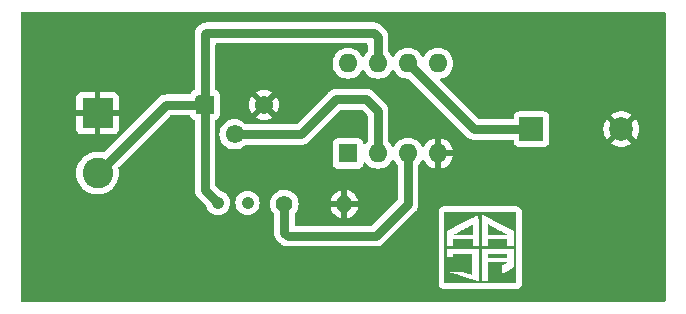
<source format=gbl>
%TF.GenerationSoftware,KiCad,Pcbnew,7.0.1*%
%TF.CreationDate,2023-06-11T13:37:54+05:30*%
%TF.ProjectId,EXP NO 8,45585020-4e4f-4203-982e-6b696361645f,rev?*%
%TF.SameCoordinates,Original*%
%TF.FileFunction,Copper,L2,Bot*%
%TF.FilePolarity,Positive*%
%FSLAX46Y46*%
G04 Gerber Fmt 4.6, Leading zero omitted, Abs format (unit mm)*
G04 Created by KiCad (PCBNEW 7.0.1) date 2023-06-11 13:37:54*
%MOMM*%
%LPD*%
G01*
G04 APERTURE LIST*
%TA.AperFunction,ComponentPad*%
%ADD10R,1.600000X1.600000*%
%TD*%
%TA.AperFunction,ComponentPad*%
%ADD11O,1.600000X1.600000*%
%TD*%
%TA.AperFunction,ComponentPad*%
%ADD12R,1.550000X1.550000*%
%TD*%
%TA.AperFunction,ComponentPad*%
%ADD13C,1.550000*%
%TD*%
%TA.AperFunction,ComponentPad*%
%ADD14R,2.000000X2.000000*%
%TD*%
%TA.AperFunction,ComponentPad*%
%ADD15C,2.000000*%
%TD*%
%TA.AperFunction,ComponentPad*%
%ADD16C,1.050000*%
%TD*%
%TA.AperFunction,ComponentPad*%
%ADD17R,2.600000X2.600000*%
%TD*%
%TA.AperFunction,ComponentPad*%
%ADD18C,2.600000*%
%TD*%
%TA.AperFunction,ComponentPad*%
%ADD19C,1.400000*%
%TD*%
%TA.AperFunction,ComponentPad*%
%ADD20O,1.400000X1.400000*%
%TD*%
%TA.AperFunction,Conductor*%
%ADD21C,0.750000*%
%TD*%
G04 APERTURE END LIST*
%TA.AperFunction,EtchedComponent*%
%TO.C,G\u002A\u002A\u002A*%
G36*
X136406489Y-84392519D02*
G01*
X136406489Y-84529878D01*
X135588058Y-84529878D01*
X134769626Y-84529878D01*
X134769626Y-84392519D01*
X134769626Y-84255160D01*
X135588058Y-84255160D01*
X136406489Y-84255160D01*
X136406489Y-84392519D01*
G37*
%TD.AperFunction*%
%TA.AperFunction,EtchedComponent*%
G36*
X133440838Y-81722399D02*
G01*
X133444335Y-81733353D01*
X133447133Y-81753224D01*
X133449305Y-81784009D01*
X133450922Y-81827705D01*
X133452055Y-81886308D01*
X133452776Y-81961813D01*
X133453156Y-82056219D01*
X133453267Y-82171520D01*
X133453267Y-82618296D01*
X132643993Y-82618296D01*
X132549795Y-82618233D01*
X132418409Y-82617920D01*
X132296352Y-82617365D01*
X132185319Y-82616588D01*
X132087007Y-82615611D01*
X132003111Y-82614453D01*
X131935326Y-82613138D01*
X131885348Y-82611684D01*
X131854871Y-82610113D01*
X131845593Y-82608447D01*
X131850013Y-82605182D01*
X131873029Y-82590722D01*
X131912964Y-82566964D01*
X131967976Y-82534938D01*
X132036224Y-82495673D01*
X132115866Y-82450200D01*
X132205060Y-82399547D01*
X132301966Y-82344746D01*
X132404741Y-82286825D01*
X132511544Y-82226814D01*
X132620533Y-82165744D01*
X132729868Y-82104643D01*
X132837705Y-82044542D01*
X132942205Y-81986470D01*
X133041526Y-81931458D01*
X133133825Y-81880534D01*
X133217262Y-81834728D01*
X133289994Y-81795071D01*
X133350181Y-81762592D01*
X133395981Y-81738321D01*
X133425553Y-81723288D01*
X133437054Y-81718522D01*
X133440838Y-81722399D01*
G37*
%TD.AperFunction*%
%TA.AperFunction,EtchedComponent*%
G36*
X134790174Y-81715365D02*
G01*
X134810261Y-81724662D01*
X134811776Y-81725718D01*
X134829292Y-81735947D01*
X134864921Y-81755953D01*
X134917119Y-81784890D01*
X134984339Y-81821913D01*
X135065039Y-81866174D01*
X135157674Y-81916829D01*
X135260700Y-81973031D01*
X135372571Y-82033933D01*
X135491744Y-82098690D01*
X135616674Y-82166456D01*
X135657429Y-82188546D01*
X135780429Y-82255248D01*
X135897049Y-82318539D01*
X136005762Y-82377586D01*
X136105040Y-82431559D01*
X136193353Y-82479625D01*
X136269175Y-82520952D01*
X136330977Y-82554707D01*
X136377231Y-82580060D01*
X136406408Y-82596177D01*
X136416982Y-82602227D01*
X136408433Y-82602915D01*
X136378778Y-82603635D01*
X136329639Y-82604307D01*
X136262800Y-82604922D01*
X136180044Y-82605469D01*
X136083157Y-82605940D01*
X135973921Y-82606323D01*
X135854121Y-82606609D01*
X135725541Y-82606788D01*
X135589966Y-82606850D01*
X134758179Y-82606850D01*
X134758179Y-82160433D01*
X134758181Y-82134367D01*
X134758256Y-82026080D01*
X134758513Y-81938129D01*
X134759049Y-81868410D01*
X134759961Y-81814817D01*
X134761347Y-81775245D01*
X134763304Y-81747588D01*
X134765929Y-81729742D01*
X134769319Y-81719602D01*
X134773572Y-81715061D01*
X134778783Y-81714015D01*
X134790174Y-81715365D01*
G37*
%TD.AperFunction*%
%TA.AperFunction,EtchedComponent*%
G36*
X137127625Y-83556917D02*
G01*
X137127625Y-83700000D01*
X137127625Y-83843082D01*
X134265976Y-83843082D01*
X134265976Y-85193781D01*
X134265976Y-86544479D01*
X134517801Y-86544479D01*
X134769626Y-86544479D01*
X134769626Y-85731771D01*
X134769626Y-84919063D01*
X135588058Y-84919063D01*
X136406489Y-84919063D01*
X136405702Y-84944817D01*
X136404685Y-84950567D01*
X136397913Y-84961304D01*
X136382689Y-84974313D01*
X136356570Y-84991106D01*
X136317109Y-85013195D01*
X136261865Y-85042094D01*
X136188391Y-85079315D01*
X135971867Y-85188058D01*
X135971693Y-85539566D01*
X135971519Y-85891075D01*
X136060230Y-85843179D01*
X136062159Y-85842138D01*
X136094073Y-85824922D01*
X136143037Y-85798522D01*
X136206201Y-85764475D01*
X136280714Y-85724317D01*
X136363727Y-85679585D01*
X136452388Y-85631813D01*
X136543849Y-85582538D01*
X136938756Y-85369793D01*
X136941699Y-84606438D01*
X136944642Y-83843082D01*
X137127625Y-83843082D01*
X137127625Y-86704732D01*
X134100000Y-86704732D01*
X131072375Y-86704732D01*
X131072375Y-84472645D01*
X131255521Y-84472645D01*
X131513069Y-84472645D01*
X131770617Y-84472645D01*
X131770617Y-84358179D01*
X131770617Y-84243713D01*
X132600496Y-84243713D01*
X133430374Y-84243713D01*
X133430374Y-85113655D01*
X133430374Y-85983596D01*
X133398896Y-85983479D01*
X133382911Y-85980581D01*
X133347114Y-85971506D01*
X133294686Y-85957015D01*
X133228317Y-85937884D01*
X133150703Y-85914891D01*
X133064537Y-85888813D01*
X132972510Y-85860428D01*
X132577603Y-85737494D01*
X131984895Y-85743218D01*
X131392188Y-85748941D01*
X132356910Y-86040279D01*
X132478445Y-86076973D01*
X132618745Y-86119309D01*
X132752221Y-86159562D01*
X132877195Y-86197226D01*
X132991991Y-86231798D01*
X133094933Y-86262772D01*
X133184343Y-86289646D01*
X133258546Y-86311913D01*
X133315864Y-86329069D01*
X133354621Y-86340611D01*
X133373141Y-86346034D01*
X133385193Y-86349504D01*
X133421465Y-86360261D01*
X133473625Y-86375948D01*
X133537851Y-86395407D01*
X133610319Y-86417483D01*
X133687205Y-86441019D01*
X133738065Y-86456605D01*
X133806614Y-86477540D01*
X133865460Y-86495428D01*
X133911559Y-86509346D01*
X133941867Y-86518373D01*
X133953338Y-86521586D01*
X133953603Y-86517939D01*
X133954056Y-86494360D01*
X133954490Y-86450109D01*
X133954900Y-86386603D01*
X133955283Y-86305258D01*
X133955635Y-86207492D01*
X133955953Y-86094721D01*
X133956232Y-85968363D01*
X133956469Y-85829832D01*
X133956659Y-85680548D01*
X133956800Y-85521925D01*
X133956888Y-85355382D01*
X133956918Y-85182334D01*
X133956918Y-83843082D01*
X132606219Y-83843082D01*
X131255521Y-83843082D01*
X131255521Y-84157864D01*
X131255521Y-84472645D01*
X131072375Y-84472645D01*
X131072375Y-83700000D01*
X131072375Y-83556917D01*
X131255521Y-83556917D01*
X131518592Y-83556917D01*
X131781664Y-83556917D01*
X131784726Y-83273614D01*
X131787787Y-82990311D01*
X132620527Y-82987374D01*
X133453267Y-82984438D01*
X133453267Y-83270678D01*
X133453267Y-83556917D01*
X133705092Y-83556917D01*
X133956918Y-83556917D01*
X134254529Y-83556917D01*
X134512078Y-83556917D01*
X134769626Y-83556917D01*
X134769626Y-83265029D01*
X134769626Y-82973141D01*
X135588058Y-82973141D01*
X136406489Y-82973141D01*
X136406489Y-83265029D01*
X136406489Y-83556917D01*
X136675485Y-83556917D01*
X136944480Y-83556917D01*
X136944480Y-82935556D01*
X136944480Y-82314194D01*
X135636706Y-81605446D01*
X135603707Y-81587562D01*
X135443376Y-81500654D01*
X135288447Y-81416651D01*
X135140146Y-81336220D01*
X134999701Y-81260026D01*
X134868339Y-81188737D01*
X134747288Y-81123019D01*
X134637775Y-81063538D01*
X134541028Y-81010962D01*
X134458273Y-80965957D01*
X134390739Y-80929190D01*
X134339652Y-80901327D01*
X134306240Y-80883034D01*
X134291731Y-80874979D01*
X134254529Y-80853259D01*
X134254529Y-82205088D01*
X134254529Y-83556917D01*
X133956918Y-83556917D01*
X133956918Y-82223389D01*
X133956899Y-82129262D01*
X133956771Y-81959935D01*
X133956527Y-81797883D01*
X133956175Y-81644526D01*
X133955724Y-81501284D01*
X133955181Y-81369577D01*
X133954553Y-81250824D01*
X133953850Y-81146445D01*
X133953079Y-81057861D01*
X133952248Y-80986490D01*
X133951365Y-80933754D01*
X133950437Y-80901070D01*
X133949473Y-80889860D01*
X133947644Y-80890644D01*
X133929369Y-80899856D01*
X133892507Y-80918936D01*
X133838243Y-80947260D01*
X133767760Y-80984204D01*
X133682241Y-81029145D01*
X133582869Y-81081459D01*
X133470828Y-81140522D01*
X133347300Y-81205712D01*
X133213468Y-81276404D01*
X133070517Y-81351976D01*
X132919629Y-81431802D01*
X132761987Y-81515260D01*
X132598775Y-81601726D01*
X131255521Y-82313592D01*
X131255521Y-82935255D01*
X131255521Y-83556917D01*
X131072375Y-83556917D01*
X131072375Y-80695268D01*
X134100000Y-80695268D01*
X137127625Y-80695268D01*
X137127625Y-83556917D01*
G37*
%TD.AperFunction*%
%TD*%
D10*
%TO.P,U1,1,NULL*%
%TO.N,unconnected-(U1-NULL-Pad1)*%
X122900000Y-75700000D03*
D11*
%TO.P,U1,2,-*%
%TO.N,Net-(U1--)*%
X125440000Y-75700000D03*
%TO.P,U1,3,+*%
%TO.N,Net-(U1-+)*%
X127980000Y-75700000D03*
%TO.P,U1,4,V-*%
%TO.N,GND*%
X130520000Y-75700000D03*
%TO.P,U1,5,NULL*%
%TO.N,unconnected-(U1-NULL-Pad5)*%
X130520000Y-68080000D03*
%TO.P,U1,6*%
%TO.N,Net-(BZ1--)*%
X127980000Y-68080000D03*
%TO.P,U1,7,V+*%
%TO.N,+9V*%
X125440000Y-68080000D03*
%TO.P,U1,8,NC*%
%TO.N,unconnected-(U1-NC-Pad8)*%
X122900000Y-68080000D03*
%TD*%
D12*
%TO.P,RV1,1,1*%
%TO.N,+9V*%
X110800000Y-71600000D03*
D13*
%TO.P,RV1,2,2*%
%TO.N,Net-(U1--)*%
X113300000Y-74100000D03*
%TO.P,RV1,3,3*%
%TO.N,GND*%
X115800000Y-71600000D03*
%TD*%
D14*
%TO.P,BZ1,1,-*%
%TO.N,Net-(BZ1--)*%
X138440000Y-73660000D03*
D15*
%TO.P,BZ1,2,+*%
%TO.N,GND*%
X146040000Y-73660000D03*
%TD*%
D16*
%TO.P,TH1,1*%
%TO.N,+9V*%
X111900000Y-79900000D03*
%TO.P,TH1,2*%
%TO.N,Net-(U1-+)*%
X114400000Y-79900000D03*
%TD*%
D17*
%TO.P,J1,1,Pin_1*%
%TO.N,GND*%
X101700000Y-72300000D03*
D18*
%TO.P,J1,2,Pin_2*%
%TO.N,+9V*%
X101700000Y-77380000D03*
%TD*%
D19*
%TO.P,R1,1*%
%TO.N,Net-(U1-+)*%
X117520000Y-80000000D03*
D20*
%TO.P,R1,2*%
%TO.N,GND*%
X122600000Y-80000000D03*
%TD*%
D21*
%TO.N,Net-(U1--)*%
X124460000Y-71120000D02*
X125440000Y-72100000D01*
X121920000Y-71120000D02*
X124460000Y-71120000D01*
X118940000Y-74100000D02*
X121920000Y-71120000D01*
X113300000Y-74100000D02*
X118940000Y-74100000D01*
X125440000Y-72100000D02*
X125440000Y-75700000D01*
%TO.N,Net-(U1-+)*%
X117800000Y-82700000D02*
X125300000Y-82700000D01*
X117520000Y-82420000D02*
X117800000Y-82700000D01*
X125300000Y-82700000D02*
X127980000Y-80020000D01*
X127980000Y-80020000D02*
X127980000Y-75700000D01*
X117520000Y-80000000D02*
X117520000Y-82420000D01*
%TO.N,+9V*%
X107480000Y-71600000D02*
X110800000Y-71600000D01*
X101700000Y-77380000D02*
X107480000Y-71600000D01*
X110800000Y-65600000D02*
X110900000Y-65500000D01*
X110800000Y-78800000D02*
X110800000Y-71600000D01*
X110800000Y-71600000D02*
X110800000Y-65600000D01*
X125440000Y-65840000D02*
X125440000Y-68080000D01*
X125100000Y-65500000D02*
X125440000Y-65840000D01*
X111900000Y-79900000D02*
X110800000Y-78800000D01*
X110900000Y-65500000D02*
X125100000Y-65500000D01*
X110320000Y-71120000D02*
X110800000Y-71600000D01*
%TO.N,Net-(BZ1--)*%
X127980000Y-68080000D02*
X133560000Y-73660000D01*
X133560000Y-73660000D02*
X138440000Y-73660000D01*
%TD*%
%TA.AperFunction,Conductor*%
%TO.N,GND*%
G36*
X149737500Y-63717113D02*
G01*
X149782887Y-63762500D01*
X149799500Y-63824500D01*
X149799500Y-88175500D01*
X149782887Y-88237500D01*
X149737500Y-88282887D01*
X149675500Y-88299500D01*
X95324500Y-88299500D01*
X95262500Y-88282887D01*
X95217113Y-88237500D01*
X95200500Y-88175500D01*
X95200500Y-86776693D01*
X130571875Y-86776693D01*
X130579565Y-86802885D01*
X130583322Y-86820158D01*
X130587209Y-86847188D01*
X130587210Y-86847189D01*
X130598548Y-86872015D01*
X130604729Y-86888589D01*
X130612420Y-86914781D01*
X130612421Y-86914783D01*
X130612422Y-86914785D01*
X130627185Y-86937757D01*
X130635658Y-86953275D01*
X130646997Y-86978104D01*
X130664870Y-86998730D01*
X130675472Y-87012894D01*
X130690230Y-87035859D01*
X130710862Y-87053737D01*
X130723367Y-87066242D01*
X130741247Y-87086875D01*
X130764211Y-87101633D01*
X130778377Y-87112237D01*
X130799000Y-87130108D01*
X130799001Y-87130108D01*
X130799002Y-87130109D01*
X130823830Y-87141447D01*
X130839352Y-87149924D01*
X130862319Y-87164684D01*
X130862321Y-87164684D01*
X130862322Y-87164685D01*
X130888510Y-87172374D01*
X130905088Y-87178558D01*
X130925566Y-87187909D01*
X130929918Y-87189897D01*
X130956945Y-87193783D01*
X130974224Y-87197542D01*
X131000414Y-87205232D01*
X131036576Y-87205232D01*
X131144336Y-87205232D01*
X134064201Y-87205232D01*
X134135799Y-87205232D01*
X137055664Y-87205232D01*
X137163424Y-87205232D01*
X137199585Y-87205232D01*
X137199586Y-87205232D01*
X137225781Y-87197540D01*
X137243051Y-87193783D01*
X137270082Y-87189897D01*
X137294912Y-87178556D01*
X137311490Y-87172374D01*
X137337676Y-87164686D01*
X137337678Y-87164685D01*
X137360645Y-87149924D01*
X137376171Y-87141447D01*
X137400994Y-87130111D01*
X137400994Y-87130110D01*
X137400998Y-87130109D01*
X137421637Y-87112223D01*
X137435780Y-87101637D01*
X137458753Y-87086875D01*
X137476633Y-87066239D01*
X137489132Y-87053740D01*
X137509768Y-87035860D01*
X137524530Y-87012887D01*
X137535116Y-86998744D01*
X137553002Y-86978105D01*
X137564339Y-86953278D01*
X137572819Y-86937750D01*
X137587578Y-86914785D01*
X137587580Y-86914781D01*
X137595267Y-86888597D01*
X137601449Y-86872019D01*
X137612790Y-86847189D01*
X137616676Y-86820158D01*
X137620434Y-86802885D01*
X137628125Y-86776693D01*
X137628125Y-86632771D01*
X137628125Y-83807283D01*
X137628125Y-83771121D01*
X137628125Y-83664201D01*
X137628125Y-83521118D01*
X137628125Y-83484956D01*
X137628125Y-80659469D01*
X137628125Y-80623307D01*
X137620434Y-80597112D01*
X137616675Y-80579834D01*
X137612790Y-80552811D01*
X137610802Y-80548459D01*
X137601451Y-80527981D01*
X137595267Y-80511403D01*
X137587578Y-80485215D01*
X137587577Y-80485214D01*
X137587577Y-80485212D01*
X137572817Y-80462245D01*
X137564338Y-80446718D01*
X137553001Y-80421893D01*
X137535130Y-80401270D01*
X137524526Y-80387104D01*
X137509768Y-80364140D01*
X137489135Y-80346260D01*
X137476630Y-80333755D01*
X137458752Y-80313123D01*
X137435787Y-80298365D01*
X137421623Y-80287763D01*
X137400997Y-80269890D01*
X137376168Y-80258551D01*
X137360650Y-80250078D01*
X137337678Y-80235315D01*
X137337676Y-80235314D01*
X137337674Y-80235313D01*
X137311482Y-80227622D01*
X137294913Y-80221442D01*
X137270082Y-80210103D01*
X137243051Y-80206215D01*
X137225778Y-80202458D01*
X137199586Y-80194768D01*
X137163424Y-80194768D01*
X134135799Y-80194768D01*
X131144336Y-80194768D01*
X131000414Y-80194768D01*
X130974219Y-80202458D01*
X130956942Y-80206216D01*
X130929916Y-80210102D01*
X130905086Y-80221442D01*
X130888515Y-80227623D01*
X130862322Y-80235314D01*
X130839354Y-80250074D01*
X130823838Y-80258546D01*
X130799004Y-80269888D01*
X130778373Y-80287765D01*
X130764217Y-80298362D01*
X130741246Y-80313125D01*
X130723367Y-80333758D01*
X130710865Y-80346260D01*
X130690232Y-80364139D01*
X130675469Y-80387110D01*
X130664872Y-80401266D01*
X130646995Y-80421897D01*
X130635653Y-80446731D01*
X130627181Y-80462247D01*
X130612421Y-80485215D01*
X130604730Y-80511408D01*
X130598549Y-80527979D01*
X130587209Y-80552809D01*
X130583323Y-80579835D01*
X130579565Y-80597112D01*
X130571875Y-80623307D01*
X130571875Y-86776693D01*
X95200500Y-86776693D01*
X95200500Y-77379999D01*
X99894450Y-77379999D01*
X99914616Y-77649100D01*
X99914617Y-77649103D01*
X99974666Y-77912195D01*
X100073257Y-78163398D01*
X100208185Y-78397102D01*
X100376439Y-78608085D01*
X100574259Y-78791635D01*
X100797226Y-78943651D01*
X101040359Y-79060738D01*
X101298228Y-79140280D01*
X101565071Y-79180500D01*
X101834929Y-79180500D01*
X102101772Y-79140280D01*
X102359641Y-79060738D01*
X102602775Y-78943651D01*
X102825741Y-78791635D01*
X103023561Y-78608085D01*
X103191815Y-78397102D01*
X103326743Y-78163398D01*
X103425334Y-77912195D01*
X103485383Y-77649103D01*
X103505549Y-77380000D01*
X103485383Y-77110897D01*
X103448946Y-76951256D01*
X103450683Y-76889340D01*
X103482154Y-76835988D01*
X107806324Y-72511819D01*
X107846553Y-72484939D01*
X107894006Y-72475500D01*
X109442210Y-72475500D01*
X109491023Y-72485512D01*
X109531953Y-72513931D01*
X109558390Y-72556164D01*
X109581204Y-72617331D01*
X109667454Y-72732546D01*
X109782669Y-72818796D01*
X109843835Y-72841609D01*
X109886069Y-72868047D01*
X109914488Y-72908977D01*
X109924500Y-72957790D01*
X109924500Y-78759379D01*
X109924091Y-78769442D01*
X109919661Y-78823849D01*
X109930688Y-78904790D01*
X109931096Y-78908120D01*
X109939927Y-78989315D01*
X109939990Y-78989502D01*
X109945342Y-79012338D01*
X109945369Y-79012538D01*
X109973540Y-79089220D01*
X109974655Y-79092386D01*
X110000733Y-79169781D01*
X110000831Y-79169944D01*
X110010970Y-79191102D01*
X110011037Y-79191285D01*
X110055046Y-79260139D01*
X110056815Y-79262991D01*
X110098910Y-79332953D01*
X110099041Y-79333091D01*
X110113494Y-79351579D01*
X110113600Y-79351744D01*
X110171395Y-79409539D01*
X110173702Y-79411910D01*
X110229868Y-79471205D01*
X110229871Y-79471207D01*
X110230024Y-79471311D01*
X110248121Y-79486265D01*
X110878890Y-80117034D01*
X110909869Y-80168719D01*
X110947976Y-80294340D01*
X111002770Y-80396852D01*
X111043202Y-80472494D01*
X111088737Y-80527979D01*
X111171352Y-80628647D01*
X111219055Y-80667795D01*
X111327506Y-80756798D01*
X111505659Y-80852023D01*
X111698967Y-80910662D01*
X111900000Y-80930462D01*
X112101033Y-80910662D01*
X112294341Y-80852023D01*
X112472494Y-80756798D01*
X112628647Y-80628647D01*
X112756798Y-80472494D01*
X112852023Y-80294341D01*
X112910662Y-80101033D01*
X112930462Y-79900000D01*
X112930462Y-79899999D01*
X113369538Y-79899999D01*
X113389337Y-80101031D01*
X113400854Y-80138998D01*
X113447977Y-80294341D01*
X113543202Y-80472494D01*
X113588737Y-80527979D01*
X113671352Y-80628647D01*
X113719055Y-80667795D01*
X113827506Y-80756798D01*
X114005659Y-80852023D01*
X114198967Y-80910662D01*
X114400000Y-80930462D01*
X114601033Y-80910662D01*
X114794341Y-80852023D01*
X114972494Y-80756798D01*
X115128647Y-80628647D01*
X115256798Y-80472494D01*
X115352023Y-80294341D01*
X115410662Y-80101033D01*
X115430462Y-79900000D01*
X115410662Y-79698967D01*
X115352023Y-79505659D01*
X115256798Y-79327506D01*
X115192722Y-79249429D01*
X115128647Y-79171352D01*
X115028567Y-79089220D01*
X114972494Y-79043202D01*
X114794341Y-78947977D01*
X114668715Y-78909869D01*
X114601031Y-78889337D01*
X114400000Y-78869538D01*
X114198968Y-78889337D01*
X114027764Y-78941271D01*
X114005663Y-78947976D01*
X114005656Y-78947978D01*
X113827507Y-79043201D01*
X113671352Y-79171352D01*
X113543201Y-79327507D01*
X113447978Y-79505656D01*
X113389337Y-79698968D01*
X113369538Y-79899999D01*
X112930462Y-79899999D01*
X112910662Y-79698967D01*
X112852023Y-79505659D01*
X112756798Y-79327506D01*
X112692722Y-79249429D01*
X112628647Y-79171352D01*
X112528567Y-79089220D01*
X112472494Y-79043202D01*
X112371679Y-78989315D01*
X112294340Y-78947976D01*
X112168719Y-78909869D01*
X112117034Y-78878890D01*
X111711819Y-78473675D01*
X111684939Y-78433447D01*
X111675500Y-78385994D01*
X111675500Y-74099999D01*
X112019627Y-74099999D01*
X112039079Y-74322331D01*
X112096844Y-74537914D01*
X112111541Y-74569432D01*
X112191165Y-74740186D01*
X112319178Y-74923007D01*
X112476993Y-75080822D01*
X112659814Y-75208835D01*
X112862087Y-75303156D01*
X113077666Y-75360920D01*
X113300000Y-75380372D01*
X113522334Y-75360920D01*
X113737913Y-75303156D01*
X113940186Y-75208835D01*
X114123007Y-75080822D01*
X114192010Y-75011819D01*
X114232238Y-74984939D01*
X114279691Y-74975500D01*
X118899379Y-74975500D01*
X118909442Y-74975909D01*
X118914041Y-74976283D01*
X118963848Y-74980339D01*
X119044797Y-74969308D01*
X119048123Y-74968902D01*
X119129316Y-74960073D01*
X119129488Y-74960014D01*
X119152356Y-74954655D01*
X119152537Y-74954631D01*
X119152538Y-74954630D01*
X119152541Y-74954630D01*
X119184704Y-74942812D01*
X119229261Y-74926442D01*
X119232288Y-74925376D01*
X119309780Y-74899267D01*
X119309940Y-74899170D01*
X119331114Y-74889024D01*
X119331288Y-74888961D01*
X119400150Y-74844944D01*
X119402951Y-74843207D01*
X119438472Y-74821835D01*
X119472948Y-74801093D01*
X119472949Y-74801091D01*
X119472954Y-74801089D01*
X119473085Y-74800964D01*
X119491587Y-74786499D01*
X119491744Y-74786400D01*
X119549538Y-74728604D01*
X119551869Y-74726335D01*
X119611207Y-74670129D01*
X119611311Y-74669974D01*
X119626263Y-74651879D01*
X122246324Y-72031819D01*
X122286553Y-72004939D01*
X122334006Y-71995500D01*
X124045994Y-71995500D01*
X124093447Y-72004939D01*
X124133675Y-72031819D01*
X124528181Y-72426325D01*
X124555061Y-72466553D01*
X124564500Y-72514006D01*
X124564500Y-74684952D01*
X124555061Y-74732405D01*
X124528183Y-74772630D01*
X124499843Y-74800971D01*
X124439948Y-74860865D01*
X124422725Y-74885463D01*
X124377882Y-74924600D01*
X124319969Y-74938333D01*
X124262328Y-74923499D01*
X124218239Y-74883514D01*
X124197861Y-74827592D01*
X124194091Y-74792517D01*
X124143796Y-74657669D01*
X124057546Y-74542454D01*
X123942331Y-74456204D01*
X123807483Y-74405909D01*
X123747873Y-74399500D01*
X123747869Y-74399500D01*
X122052130Y-74399500D01*
X121992515Y-74405909D01*
X121857669Y-74456204D01*
X121742454Y-74542454D01*
X121656204Y-74657668D01*
X121605909Y-74792515D01*
X121605909Y-74792517D01*
X121600368Y-74844059D01*
X121599500Y-74852130D01*
X121599500Y-76547869D01*
X121604739Y-76596601D01*
X121605909Y-76607483D01*
X121656204Y-76742331D01*
X121742454Y-76857546D01*
X121857669Y-76943796D01*
X121992517Y-76994091D01*
X122052127Y-77000500D01*
X123747872Y-77000499D01*
X123807483Y-76994091D01*
X123942331Y-76943796D01*
X124057546Y-76857546D01*
X124143796Y-76742331D01*
X124194091Y-76607483D01*
X124197862Y-76572405D01*
X124218239Y-76516486D01*
X124262328Y-76476501D01*
X124319969Y-76461667D01*
X124377882Y-76475400D01*
X124422725Y-76514537D01*
X124439951Y-76539138D01*
X124600859Y-76700046D01*
X124787264Y-76830567D01*
X124787265Y-76830567D01*
X124787266Y-76830568D01*
X124993504Y-76926739D01*
X125213308Y-76985635D01*
X125440000Y-77005468D01*
X125666692Y-76985635D01*
X125886496Y-76926739D01*
X126092734Y-76830568D01*
X126279139Y-76700047D01*
X126440047Y-76539139D01*
X126570568Y-76352734D01*
X126597618Y-76294724D01*
X126643375Y-76242549D01*
X126710000Y-76223129D01*
X126776625Y-76242549D01*
X126822382Y-76294725D01*
X126849431Y-76352733D01*
X126979950Y-76539136D01*
X126979952Y-76539138D01*
X126979953Y-76539139D01*
X127068183Y-76627369D01*
X127095061Y-76667595D01*
X127104500Y-76715048D01*
X127104500Y-79605994D01*
X127095061Y-79653447D01*
X127068181Y-79693675D01*
X124973675Y-81788181D01*
X124933447Y-81815061D01*
X124885994Y-81824500D01*
X118519500Y-81824500D01*
X118457500Y-81807887D01*
X118412113Y-81762500D01*
X118395500Y-81700500D01*
X118395500Y-80874297D01*
X118401928Y-80834891D01*
X118420546Y-80799570D01*
X118452846Y-80756798D01*
X118545058Y-80634689D01*
X118644229Y-80435528D01*
X118644280Y-80435351D01*
X118676099Y-80323516D01*
X118697016Y-80250000D01*
X121423505Y-80250000D01*
X121476240Y-80435351D01*
X121575365Y-80634422D01*
X121709390Y-80811899D01*
X121873737Y-80961721D01*
X122062821Y-81078797D01*
X122270199Y-81159135D01*
X122350000Y-81174052D01*
X122350000Y-80250000D01*
X122850000Y-80250000D01*
X122850000Y-81174052D01*
X122929800Y-81159135D01*
X123137178Y-81078797D01*
X123326262Y-80961721D01*
X123490609Y-80811899D01*
X123624634Y-80634422D01*
X123723759Y-80435351D01*
X123776495Y-80250000D01*
X122850000Y-80250000D01*
X122350000Y-80250000D01*
X121423505Y-80250000D01*
X118697016Y-80250000D01*
X118705115Y-80221536D01*
X118725643Y-80000000D01*
X118705115Y-79778464D01*
X118697016Y-79750000D01*
X121423505Y-79750000D01*
X122350000Y-79750000D01*
X122350000Y-78825948D01*
X122850000Y-78825948D01*
X122850000Y-79750000D01*
X123776495Y-79750000D01*
X123723759Y-79564648D01*
X123624634Y-79365577D01*
X123490609Y-79188100D01*
X123326262Y-79038278D01*
X123137178Y-78921202D01*
X122929800Y-78840864D01*
X122850000Y-78825948D01*
X122350000Y-78825948D01*
X122270199Y-78840864D01*
X122062821Y-78921202D01*
X121873737Y-79038278D01*
X121709390Y-79188100D01*
X121575365Y-79365577D01*
X121476240Y-79564648D01*
X121423505Y-79750000D01*
X118697016Y-79750000D01*
X118669545Y-79653447D01*
X118644230Y-79564473D01*
X118545058Y-79365311D01*
X118410980Y-79187762D01*
X118246562Y-79037875D01*
X118057404Y-78920754D01*
X117925200Y-78869538D01*
X117849940Y-78840382D01*
X117631243Y-78799500D01*
X117408757Y-78799500D01*
X117190059Y-78840382D01*
X117190060Y-78840382D01*
X116982595Y-78920754D01*
X116793437Y-79037875D01*
X116629019Y-79187762D01*
X116494941Y-79365311D01*
X116395769Y-79564473D01*
X116334885Y-79778462D01*
X116314357Y-80000000D01*
X116334885Y-80221537D01*
X116395769Y-80435526D01*
X116494941Y-80634688D01*
X116619454Y-80799570D01*
X116638072Y-80834891D01*
X116644500Y-80874297D01*
X116644500Y-82379379D01*
X116644091Y-82389442D01*
X116639661Y-82443849D01*
X116650688Y-82524790D01*
X116651096Y-82528120D01*
X116659927Y-82609315D01*
X116659990Y-82609502D01*
X116665342Y-82632338D01*
X116665369Y-82632538D01*
X116693540Y-82709220D01*
X116694655Y-82712386D01*
X116720733Y-82789781D01*
X116720831Y-82789944D01*
X116730970Y-82811102D01*
X116731037Y-82811285D01*
X116775046Y-82880139D01*
X116776815Y-82882991D01*
X116818910Y-82952953D01*
X116819041Y-82953091D01*
X116833494Y-82971579D01*
X116833600Y-82971744D01*
X116891395Y-83029539D01*
X116893702Y-83031910D01*
X116949868Y-83091205D01*
X116949871Y-83091207D01*
X116950024Y-83091311D01*
X116968121Y-83106265D01*
X117152200Y-83290344D01*
X117159016Y-83297736D01*
X117194369Y-83339357D01*
X117259428Y-83388813D01*
X117262012Y-83390832D01*
X117274771Y-83401089D01*
X117325700Y-83442028D01*
X117325701Y-83442028D01*
X117325703Y-83442030D01*
X117325869Y-83442112D01*
X117345819Y-83454486D01*
X117345971Y-83454602D01*
X117420171Y-83488930D01*
X117423120Y-83490344D01*
X117441110Y-83499266D01*
X117496304Y-83526640D01*
X117496305Y-83526640D01*
X117496307Y-83526641D01*
X117496479Y-83526683D01*
X117518624Y-83534479D01*
X117518803Y-83534562D01*
X117598579Y-83552121D01*
X117601827Y-83552882D01*
X117681111Y-83572600D01*
X117681295Y-83572604D01*
X117704600Y-83575459D01*
X117704784Y-83575500D01*
X117786463Y-83575500D01*
X117789821Y-83575545D01*
X117871473Y-83577757D01*
X117871657Y-83577721D01*
X117895024Y-83575500D01*
X125259379Y-83575500D01*
X125269442Y-83575909D01*
X125274041Y-83576283D01*
X125323848Y-83580339D01*
X125404797Y-83569308D01*
X125408123Y-83568902D01*
X125489316Y-83560073D01*
X125489488Y-83560014D01*
X125512356Y-83554655D01*
X125512537Y-83554631D01*
X125512538Y-83554630D01*
X125512541Y-83554630D01*
X125544704Y-83542812D01*
X125589261Y-83526442D01*
X125592288Y-83525376D01*
X125669780Y-83499267D01*
X125669940Y-83499170D01*
X125691114Y-83489024D01*
X125691288Y-83488961D01*
X125760150Y-83444944D01*
X125762951Y-83443207D01*
X125798472Y-83421835D01*
X125832948Y-83401093D01*
X125832949Y-83401091D01*
X125832954Y-83401089D01*
X125833085Y-83400964D01*
X125851587Y-83386499D01*
X125851744Y-83386400D01*
X125909538Y-83328604D01*
X125911869Y-83326335D01*
X125971207Y-83270129D01*
X125971311Y-83269974D01*
X125986263Y-83251879D01*
X128570359Y-80667783D01*
X128577727Y-80660990D01*
X128619357Y-80625631D01*
X128668815Y-80560567D01*
X128670818Y-80558004D01*
X128722030Y-80494297D01*
X128722109Y-80494138D01*
X128734492Y-80474172D01*
X128734602Y-80474029D01*
X128768916Y-80399857D01*
X128770357Y-80396852D01*
X128786581Y-80364140D01*
X128806641Y-80323693D01*
X128806687Y-80323506D01*
X128814481Y-80301371D01*
X128814562Y-80301197D01*
X128832135Y-80221356D01*
X128832869Y-80218223D01*
X128852600Y-80138890D01*
X128852605Y-80138703D01*
X128855459Y-80115399D01*
X128855500Y-80115216D01*
X128855500Y-80033538D01*
X128855545Y-80030180D01*
X128855551Y-80029925D01*
X128857757Y-79948527D01*
X128857721Y-79948342D01*
X128855500Y-79924976D01*
X128855500Y-76715048D01*
X128864939Y-76667595D01*
X128891816Y-76627369D01*
X128980047Y-76539139D01*
X129110568Y-76352734D01*
X129137893Y-76294134D01*
X129183649Y-76241959D01*
X129250274Y-76222539D01*
X129316899Y-76241958D01*
X129362657Y-76294133D01*
X129389866Y-76352482D01*
X129520341Y-76538819D01*
X129681180Y-76699658D01*
X129867519Y-76830134D01*
X130073673Y-76926266D01*
X130269999Y-76978871D01*
X130270000Y-76978872D01*
X130270000Y-75950000D01*
X130770000Y-75950000D01*
X130770000Y-76978871D01*
X130966326Y-76926266D01*
X131172480Y-76830134D01*
X131358819Y-76699658D01*
X131519658Y-76538819D01*
X131650134Y-76352480D01*
X131746266Y-76146326D01*
X131798872Y-75950000D01*
X130770000Y-75950000D01*
X130270000Y-75950000D01*
X130270000Y-74421128D01*
X130770000Y-74421128D01*
X130770000Y-75450000D01*
X131798872Y-75450000D01*
X131798871Y-75449999D01*
X131746266Y-75253673D01*
X131650134Y-75047519D01*
X131519658Y-74861180D01*
X131358819Y-74700341D01*
X131172480Y-74569865D01*
X130966326Y-74473733D01*
X130770000Y-74421128D01*
X130270000Y-74421128D01*
X130269999Y-74421128D01*
X130073673Y-74473733D01*
X129867519Y-74569865D01*
X129681180Y-74700341D01*
X129520341Y-74861180D01*
X129389863Y-75047522D01*
X129362656Y-75105866D01*
X129316899Y-75158041D01*
X129250274Y-75177460D01*
X129183650Y-75158040D01*
X129137893Y-75105865D01*
X129136928Y-75103796D01*
X129110568Y-75047266D01*
X129089757Y-75017545D01*
X128980046Y-74860859D01*
X128819140Y-74699953D01*
X128632735Y-74569432D01*
X128426497Y-74473261D01*
X128206689Y-74414364D01*
X127980000Y-74394531D01*
X127753310Y-74414364D01*
X127533502Y-74473261D01*
X127327264Y-74569432D01*
X127140859Y-74699953D01*
X126979953Y-74860859D01*
X126849433Y-75047263D01*
X126833786Y-75080818D01*
X126823072Y-75103796D01*
X126822382Y-75105275D01*
X126776625Y-75157450D01*
X126710000Y-75176869D01*
X126643375Y-75157450D01*
X126597618Y-75105275D01*
X126570568Y-75047266D01*
X126549758Y-75017546D01*
X126440049Y-74860863D01*
X126406778Y-74827592D01*
X126351816Y-74772630D01*
X126324939Y-74732405D01*
X126315500Y-74684952D01*
X126315500Y-72140618D01*
X126315909Y-72130553D01*
X126320339Y-72076154D01*
X126320339Y-72076152D01*
X126309298Y-71995121D01*
X126308907Y-71991922D01*
X126300073Y-71910684D01*
X126300011Y-71910502D01*
X126294656Y-71887650D01*
X126294631Y-71887463D01*
X126266462Y-71810790D01*
X126265346Y-71807621D01*
X126239267Y-71730220D01*
X126239173Y-71730064D01*
X126229026Y-71708890D01*
X126228961Y-71708712D01*
X126184959Y-71639871D01*
X126183220Y-71637068D01*
X126141089Y-71567046D01*
X126140956Y-71566906D01*
X126126503Y-71548417D01*
X126126400Y-71548256D01*
X126068658Y-71490514D01*
X126066316Y-71488108D01*
X126010130Y-71428793D01*
X126009970Y-71428685D01*
X125991877Y-71413733D01*
X125107793Y-70529649D01*
X125100965Y-70522242D01*
X125065634Y-70480646D01*
X125065632Y-70480645D01*
X125065631Y-70480643D01*
X125000590Y-70431201D01*
X124997961Y-70429145D01*
X124938320Y-70381204D01*
X124934297Y-70377970D01*
X124934294Y-70377968D01*
X124934290Y-70377965D01*
X124934120Y-70377881D01*
X124914187Y-70365517D01*
X124914035Y-70365401D01*
X124839896Y-70331100D01*
X124836872Y-70329650D01*
X124763692Y-70293358D01*
X124763499Y-70293310D01*
X124741375Y-70285520D01*
X124741196Y-70285437D01*
X124661412Y-70267874D01*
X124658146Y-70267109D01*
X124578885Y-70247399D01*
X124578689Y-70247394D01*
X124555418Y-70244544D01*
X124555218Y-70244500D01*
X124555216Y-70244500D01*
X124473537Y-70244500D01*
X124470179Y-70244455D01*
X124388528Y-70242243D01*
X124388527Y-70242243D01*
X124388342Y-70242278D01*
X124364976Y-70244500D01*
X121960617Y-70244500D01*
X121950554Y-70244091D01*
X121928289Y-70242278D01*
X121896152Y-70239661D01*
X121896151Y-70239661D01*
X121815215Y-70250687D01*
X121811884Y-70251095D01*
X121730683Y-70259926D01*
X121730492Y-70259991D01*
X121707662Y-70265341D01*
X121707461Y-70265368D01*
X121630762Y-70293545D01*
X121627599Y-70294659D01*
X121550218Y-70320733D01*
X121550046Y-70320837D01*
X121528903Y-70330969D01*
X121528716Y-70331037D01*
X121459906Y-70375018D01*
X121457057Y-70376785D01*
X121387040Y-70418914D01*
X121386893Y-70419054D01*
X121368431Y-70433487D01*
X121368261Y-70433595D01*
X121310494Y-70491361D01*
X121308090Y-70493700D01*
X121248792Y-70549871D01*
X121248683Y-70550033D01*
X121233737Y-70568117D01*
X118613675Y-73188181D01*
X118573447Y-73215061D01*
X118525994Y-73224500D01*
X114279691Y-73224500D01*
X114232238Y-73215061D01*
X114192010Y-73188181D01*
X114123010Y-73119181D01*
X114123007Y-73119178D01*
X113940186Y-72991165D01*
X113838246Y-72943630D01*
X113737914Y-72896844D01*
X113522331Y-72839079D01*
X113300000Y-72819627D01*
X113077668Y-72839079D01*
X112862085Y-72896844D01*
X112659816Y-72991164D01*
X112659814Y-72991165D01*
X112476993Y-73119178D01*
X112476989Y-73119181D01*
X112319181Y-73276989D01*
X112191164Y-73459816D01*
X112096844Y-73662085D01*
X112039079Y-73877668D01*
X112019627Y-74099999D01*
X111675500Y-74099999D01*
X111675500Y-72957790D01*
X111685512Y-72908977D01*
X111713931Y-72868047D01*
X111756164Y-72841609D01*
X111817331Y-72818796D01*
X111932546Y-72732546D01*
X111986050Y-72661074D01*
X115092476Y-72661074D01*
X115092477Y-72661075D01*
X115160066Y-72708401D01*
X115362255Y-72802682D01*
X115577755Y-72860426D01*
X115799999Y-72879870D01*
X116022244Y-72860426D01*
X116237744Y-72802682D01*
X116439934Y-72708400D01*
X116507522Y-72661074D01*
X115800000Y-71953553D01*
X115092476Y-72661074D01*
X111986050Y-72661074D01*
X112018796Y-72617331D01*
X112069091Y-72482483D01*
X112075500Y-72422873D01*
X112075499Y-71600000D01*
X114520129Y-71600000D01*
X114539573Y-71822244D01*
X114597317Y-72037744D01*
X114691598Y-72239933D01*
X114738924Y-72307522D01*
X115446447Y-71600001D01*
X116153553Y-71600001D01*
X116861074Y-72307522D01*
X116908400Y-72239934D01*
X117002682Y-72037744D01*
X117060426Y-71822244D01*
X117079870Y-71600000D01*
X117060426Y-71377755D01*
X117002682Y-71162255D01*
X116908401Y-70960066D01*
X116861075Y-70892477D01*
X116861074Y-70892476D01*
X116153553Y-71600000D01*
X116153553Y-71600001D01*
X115446447Y-71600001D01*
X115446447Y-71600000D01*
X114738924Y-70892477D01*
X114691598Y-70960067D01*
X114597317Y-71162255D01*
X114539573Y-71377755D01*
X114520129Y-71600000D01*
X112075499Y-71600000D01*
X112075499Y-70777128D01*
X112069091Y-70717517D01*
X112018796Y-70582669D01*
X111986048Y-70538924D01*
X115092477Y-70538924D01*
X115800000Y-71246447D01*
X115800001Y-71246447D01*
X116507522Y-70538924D01*
X116439933Y-70491598D01*
X116237744Y-70397317D01*
X116022244Y-70339573D01*
X115800000Y-70320129D01*
X115577755Y-70339573D01*
X115362255Y-70397317D01*
X115160067Y-70491598D01*
X115092477Y-70538924D01*
X111986048Y-70538924D01*
X111932546Y-70467454D01*
X111817331Y-70381204D01*
X111756164Y-70358390D01*
X111713931Y-70331953D01*
X111685512Y-70291023D01*
X111675500Y-70242210D01*
X111675500Y-66499500D01*
X111692113Y-66437500D01*
X111737500Y-66392113D01*
X111799500Y-66375500D01*
X124440500Y-66375500D01*
X124502500Y-66392113D01*
X124547887Y-66437500D01*
X124564500Y-66499500D01*
X124564500Y-67064952D01*
X124555061Y-67112405D01*
X124528183Y-67152630D01*
X124484065Y-67196748D01*
X124439950Y-67240863D01*
X124309433Y-67427263D01*
X124282382Y-67485275D01*
X124236625Y-67537450D01*
X124170000Y-67556869D01*
X124103375Y-67537450D01*
X124057618Y-67485275D01*
X124030568Y-67427266D01*
X124030566Y-67427263D01*
X123900046Y-67240859D01*
X123739140Y-67079953D01*
X123552735Y-66949432D01*
X123346497Y-66853261D01*
X123126689Y-66794364D01*
X122900000Y-66774531D01*
X122673310Y-66794364D01*
X122453502Y-66853261D01*
X122247264Y-66949432D01*
X122060859Y-67079953D01*
X121899953Y-67240859D01*
X121769432Y-67427264D01*
X121673261Y-67633502D01*
X121614364Y-67853310D01*
X121594531Y-68080000D01*
X121614364Y-68306689D01*
X121673261Y-68526497D01*
X121769432Y-68732735D01*
X121899953Y-68919140D01*
X122060859Y-69080046D01*
X122247264Y-69210567D01*
X122247265Y-69210567D01*
X122247266Y-69210568D01*
X122453504Y-69306739D01*
X122673308Y-69365635D01*
X122900000Y-69385468D01*
X123126692Y-69365635D01*
X123346496Y-69306739D01*
X123552734Y-69210568D01*
X123739139Y-69080047D01*
X123900047Y-68919139D01*
X124030568Y-68732734D01*
X124057618Y-68674724D01*
X124103375Y-68622549D01*
X124170000Y-68603129D01*
X124236625Y-68622549D01*
X124282382Y-68674725D01*
X124309431Y-68732733D01*
X124439953Y-68919140D01*
X124600859Y-69080046D01*
X124787264Y-69210567D01*
X124787265Y-69210567D01*
X124787266Y-69210568D01*
X124993504Y-69306739D01*
X125213308Y-69365635D01*
X125440000Y-69385468D01*
X125666692Y-69365635D01*
X125886496Y-69306739D01*
X126092734Y-69210568D01*
X126279139Y-69080047D01*
X126440047Y-68919139D01*
X126570568Y-68732734D01*
X126597618Y-68674724D01*
X126643375Y-68622549D01*
X126710000Y-68603129D01*
X126776625Y-68622549D01*
X126822382Y-68674725D01*
X126849431Y-68732733D01*
X126979953Y-68919140D01*
X127140859Y-69080046D01*
X127327264Y-69210567D01*
X127327265Y-69210567D01*
X127327266Y-69210568D01*
X127533504Y-69306739D01*
X127753308Y-69365635D01*
X127980000Y-69385468D01*
X127984302Y-69385091D01*
X128037520Y-69392096D01*
X128082794Y-69420938D01*
X132912200Y-74250344D01*
X132919016Y-74257736D01*
X132954369Y-74299357D01*
X133019428Y-74348813D01*
X133022012Y-74350832D01*
X133053780Y-74376369D01*
X133085700Y-74402028D01*
X133085701Y-74402028D01*
X133085703Y-74402030D01*
X133085869Y-74402112D01*
X133105819Y-74414486D01*
X133105971Y-74414602D01*
X133180171Y-74448930D01*
X133183120Y-74450344D01*
X133194936Y-74456204D01*
X133256304Y-74486640D01*
X133256305Y-74486640D01*
X133256307Y-74486641D01*
X133256479Y-74486683D01*
X133278624Y-74494479D01*
X133278803Y-74494562D01*
X133358579Y-74512121D01*
X133361827Y-74512882D01*
X133441111Y-74532600D01*
X133441295Y-74532604D01*
X133464600Y-74535459D01*
X133464784Y-74535500D01*
X133546463Y-74535500D01*
X133549821Y-74535545D01*
X133631473Y-74537757D01*
X133631657Y-74537721D01*
X133655024Y-74535500D01*
X136815501Y-74535500D01*
X136877501Y-74552113D01*
X136922888Y-74597500D01*
X136939501Y-74659500D01*
X136939501Y-74707870D01*
X136945909Y-74767484D01*
X136955246Y-74792517D01*
X136996204Y-74902331D01*
X137082454Y-75017546D01*
X137197669Y-75103796D01*
X137332517Y-75154091D01*
X137392127Y-75160500D01*
X139487872Y-75160499D01*
X139547483Y-75154091D01*
X139682331Y-75103796D01*
X139797546Y-75017546D01*
X139883796Y-74902331D01*
X139890778Y-74883610D01*
X145169942Y-74883610D01*
X145216766Y-74920055D01*
X145435393Y-75038368D01*
X145670506Y-75119083D01*
X145915707Y-75160000D01*
X146164293Y-75160000D01*
X146409493Y-75119083D01*
X146644606Y-75038368D01*
X146863233Y-74920053D01*
X146910056Y-74883609D01*
X146040000Y-74013553D01*
X145169942Y-74883609D01*
X145169942Y-74883610D01*
X139890778Y-74883610D01*
X139934091Y-74767483D01*
X139940500Y-74707873D01*
X139940499Y-73660000D01*
X144534858Y-73660000D01*
X144555386Y-73907732D01*
X144616413Y-74148721D01*
X144716268Y-74376370D01*
X144816563Y-74529882D01*
X144816564Y-74529882D01*
X145686447Y-73660001D01*
X146393553Y-73660001D01*
X147263434Y-74529882D01*
X147363730Y-74376369D01*
X147463586Y-74148721D01*
X147524613Y-73907732D01*
X147545141Y-73660000D01*
X147524613Y-73412267D01*
X147463586Y-73171278D01*
X147363730Y-72943630D01*
X147263434Y-72790116D01*
X146393553Y-73660000D01*
X146393553Y-73660001D01*
X145686447Y-73660001D01*
X145686447Y-73660000D01*
X144816564Y-72790116D01*
X144716266Y-72943634D01*
X144616413Y-73171278D01*
X144555386Y-73412267D01*
X144534858Y-73660000D01*
X139940499Y-73660000D01*
X139940499Y-72612128D01*
X139934091Y-72552517D01*
X139890778Y-72436390D01*
X145169942Y-72436390D01*
X146040000Y-73306447D01*
X146040001Y-73306447D01*
X146910057Y-72436390D01*
X146910056Y-72436388D01*
X146863235Y-72399947D01*
X146644606Y-72281631D01*
X146409493Y-72200916D01*
X146164293Y-72160000D01*
X145915707Y-72160000D01*
X145670506Y-72200916D01*
X145435393Y-72281631D01*
X145216764Y-72399946D01*
X145169942Y-72436388D01*
X145169942Y-72436390D01*
X139890778Y-72436390D01*
X139883796Y-72417669D01*
X139797546Y-72302454D01*
X139682331Y-72216204D01*
X139547483Y-72165909D01*
X139487873Y-72159500D01*
X139487869Y-72159500D01*
X137392130Y-72159500D01*
X137332515Y-72165909D01*
X137197669Y-72216204D01*
X137082454Y-72302454D01*
X136996204Y-72417668D01*
X136945909Y-72552516D01*
X136939500Y-72612131D01*
X136939500Y-72660500D01*
X136922887Y-72722500D01*
X136877500Y-72767887D01*
X136815500Y-72784500D01*
X133974006Y-72784500D01*
X133926553Y-72775061D01*
X133886325Y-72748181D01*
X130706980Y-69568836D01*
X130674886Y-69513248D01*
X130674886Y-69449061D01*
X130706980Y-69393473D01*
X130762564Y-69361381D01*
X130966496Y-69306739D01*
X131172734Y-69210568D01*
X131359139Y-69080047D01*
X131520047Y-68919139D01*
X131650568Y-68732734D01*
X131746739Y-68526496D01*
X131805635Y-68306692D01*
X131825468Y-68080000D01*
X131805635Y-67853308D01*
X131746739Y-67633504D01*
X131650568Y-67427266D01*
X131520048Y-67240863D01*
X131520046Y-67240859D01*
X131359140Y-67079953D01*
X131172735Y-66949432D01*
X130966497Y-66853261D01*
X130746689Y-66794364D01*
X130520000Y-66774531D01*
X130293310Y-66794364D01*
X130073502Y-66853261D01*
X129867264Y-66949432D01*
X129680859Y-67079953D01*
X129519953Y-67240859D01*
X129389433Y-67427263D01*
X129362382Y-67485275D01*
X129316625Y-67537450D01*
X129250000Y-67556869D01*
X129183375Y-67537450D01*
X129137618Y-67485275D01*
X129110568Y-67427266D01*
X129110566Y-67427263D01*
X128980046Y-67240859D01*
X128819140Y-67079953D01*
X128632735Y-66949432D01*
X128426497Y-66853261D01*
X128206689Y-66794364D01*
X127980000Y-66774531D01*
X127753310Y-66794364D01*
X127533502Y-66853261D01*
X127327264Y-66949432D01*
X127140859Y-67079953D01*
X126979953Y-67240859D01*
X126849433Y-67427263D01*
X126822382Y-67485275D01*
X126776625Y-67537450D01*
X126710000Y-67556869D01*
X126643375Y-67537450D01*
X126597618Y-67485275D01*
X126570568Y-67427266D01*
X126570566Y-67427263D01*
X126440049Y-67240863D01*
X126440045Y-67240859D01*
X126351816Y-67152630D01*
X126324939Y-67112405D01*
X126315500Y-67064952D01*
X126315500Y-65880631D01*
X126315909Y-65870566D01*
X126320340Y-65816153D01*
X126320340Y-65816152D01*
X126309302Y-65735145D01*
X126308899Y-65731848D01*
X126302333Y-65671471D01*
X126300073Y-65650684D01*
X126300011Y-65650502D01*
X126294656Y-65627650D01*
X126294631Y-65627463D01*
X126266462Y-65550790D01*
X126265346Y-65547621D01*
X126239267Y-65470220D01*
X126239173Y-65470064D01*
X126229026Y-65448890D01*
X126228961Y-65448712D01*
X126184959Y-65379871D01*
X126183220Y-65377068D01*
X126141089Y-65307046D01*
X126140956Y-65306906D01*
X126126503Y-65288417D01*
X126126400Y-65288256D01*
X126068658Y-65230514D01*
X126066316Y-65228108D01*
X126010130Y-65168793D01*
X126009970Y-65168685D01*
X125991877Y-65153733D01*
X125747793Y-64909649D01*
X125740965Y-64902242D01*
X125705634Y-64860646D01*
X125705632Y-64860645D01*
X125705631Y-64860643D01*
X125640590Y-64811201D01*
X125637961Y-64809145D01*
X125621785Y-64796142D01*
X125574297Y-64757970D01*
X125574294Y-64757968D01*
X125574290Y-64757965D01*
X125574120Y-64757881D01*
X125554187Y-64745517D01*
X125554035Y-64745401D01*
X125479896Y-64711100D01*
X125476872Y-64709650D01*
X125403692Y-64673358D01*
X125403499Y-64673310D01*
X125381375Y-64665520D01*
X125381196Y-64665437D01*
X125301412Y-64647874D01*
X125298146Y-64647109D01*
X125218885Y-64627399D01*
X125218689Y-64627394D01*
X125195418Y-64624544D01*
X125195218Y-64624500D01*
X125195216Y-64624500D01*
X125113537Y-64624500D01*
X125110179Y-64624455D01*
X125028528Y-64622243D01*
X125028527Y-64622243D01*
X125028342Y-64622278D01*
X125004976Y-64624500D01*
X110940617Y-64624500D01*
X110930554Y-64624091D01*
X110908289Y-64622278D01*
X110876152Y-64619661D01*
X110876151Y-64619661D01*
X110795212Y-64630688D01*
X110791880Y-64631096D01*
X110710685Y-64639926D01*
X110710496Y-64639990D01*
X110687661Y-64645341D01*
X110687466Y-64645367D01*
X110610779Y-64673541D01*
X110607629Y-64674650D01*
X110539267Y-64697684D01*
X110530211Y-64700736D01*
X110530043Y-64700838D01*
X110508905Y-64710967D01*
X110508717Y-64711035D01*
X110439891Y-64755027D01*
X110437042Y-64756794D01*
X110367040Y-64798914D01*
X110366893Y-64799054D01*
X110348431Y-64813487D01*
X110348261Y-64813595D01*
X110290494Y-64871361D01*
X110288090Y-64873700D01*
X110228792Y-64929871D01*
X110228683Y-64930033D01*
X110213737Y-64948117D01*
X110209653Y-64952201D01*
X110202250Y-64959026D01*
X110160642Y-64994369D01*
X110111202Y-65059405D01*
X110109136Y-65062049D01*
X110057966Y-65125707D01*
X110057883Y-65125876D01*
X110045522Y-65145806D01*
X110045399Y-65145966D01*
X110011093Y-65220117D01*
X110009643Y-65223141D01*
X109973357Y-65296308D01*
X109973309Y-65296502D01*
X109965525Y-65318612D01*
X109965439Y-65318797D01*
X109947873Y-65398595D01*
X109947107Y-65401861D01*
X109927399Y-65481113D01*
X109927394Y-65481310D01*
X109924545Y-65504574D01*
X109924500Y-65504779D01*
X109924500Y-65586463D01*
X109924455Y-65589821D01*
X109922243Y-65671471D01*
X109922278Y-65671653D01*
X109924500Y-65695024D01*
X109924500Y-70242210D01*
X109914488Y-70291023D01*
X109886069Y-70331953D01*
X109843835Y-70358390D01*
X109782669Y-70381204D01*
X109667454Y-70467454D01*
X109581204Y-70582669D01*
X109558390Y-70643835D01*
X109531953Y-70686069D01*
X109491023Y-70714488D01*
X109442210Y-70724500D01*
X107520617Y-70724500D01*
X107510554Y-70724091D01*
X107489914Y-70722410D01*
X107456152Y-70719661D01*
X107456151Y-70719661D01*
X107375212Y-70730688D01*
X107371880Y-70731096D01*
X107290685Y-70739926D01*
X107290496Y-70739990D01*
X107267661Y-70745341D01*
X107267464Y-70745367D01*
X107190792Y-70773535D01*
X107187628Y-70774649D01*
X107110219Y-70800732D01*
X107110041Y-70800840D01*
X107088901Y-70810970D01*
X107088714Y-70811038D01*
X107019906Y-70855018D01*
X107017057Y-70856785D01*
X106947040Y-70898914D01*
X106946893Y-70899054D01*
X106928431Y-70913487D01*
X106928261Y-70913595D01*
X106870494Y-70971361D01*
X106868090Y-70973700D01*
X106808792Y-71029871D01*
X106808683Y-71030033D01*
X106793737Y-71048117D01*
X102246593Y-75595261D01*
X102188761Y-75627934D01*
X102122365Y-75626072D01*
X102101770Y-75619719D01*
X101834929Y-75579500D01*
X101565071Y-75579500D01*
X101298228Y-75619719D01*
X101040359Y-75699262D01*
X100797228Y-75816347D01*
X100574257Y-75968366D01*
X100376439Y-76151915D01*
X100208184Y-76362899D01*
X100073257Y-76596601D01*
X99974666Y-76847804D01*
X99914616Y-77110899D01*
X99894450Y-77379999D01*
X95200500Y-77379999D01*
X95200500Y-72550000D01*
X99900000Y-72550000D01*
X99900000Y-73647824D01*
X99906402Y-73707375D01*
X99956647Y-73842089D01*
X100042811Y-73957188D01*
X100157910Y-74043352D01*
X100292624Y-74093597D01*
X100352176Y-74100000D01*
X101450000Y-74100000D01*
X101450000Y-72550000D01*
X101950000Y-72550000D01*
X101950000Y-74100000D01*
X103047824Y-74100000D01*
X103107375Y-74093597D01*
X103242089Y-74043352D01*
X103357188Y-73957188D01*
X103443352Y-73842089D01*
X103493597Y-73707375D01*
X103500000Y-73647824D01*
X103500000Y-72550000D01*
X101950000Y-72550000D01*
X101450000Y-72550000D01*
X99900000Y-72550000D01*
X95200500Y-72550000D01*
X95200500Y-72050000D01*
X99900000Y-72050000D01*
X101450000Y-72050000D01*
X101450000Y-70500000D01*
X101950000Y-70500000D01*
X101950000Y-72050000D01*
X103500000Y-72050000D01*
X103500000Y-70952176D01*
X103493597Y-70892624D01*
X103443352Y-70757910D01*
X103357188Y-70642811D01*
X103242089Y-70556647D01*
X103107375Y-70506402D01*
X103047824Y-70500000D01*
X101950000Y-70500000D01*
X101450000Y-70500000D01*
X100352176Y-70500000D01*
X100292624Y-70506402D01*
X100157910Y-70556647D01*
X100042811Y-70642811D01*
X99956647Y-70757910D01*
X99906402Y-70892624D01*
X99900000Y-70952176D01*
X99900000Y-72050000D01*
X95200500Y-72050000D01*
X95200500Y-63824500D01*
X95217113Y-63762500D01*
X95262500Y-63717113D01*
X95324500Y-63700500D01*
X149675500Y-63700500D01*
X149737500Y-63717113D01*
G37*
%TD.AperFunction*%
%TD*%
M02*

</source>
